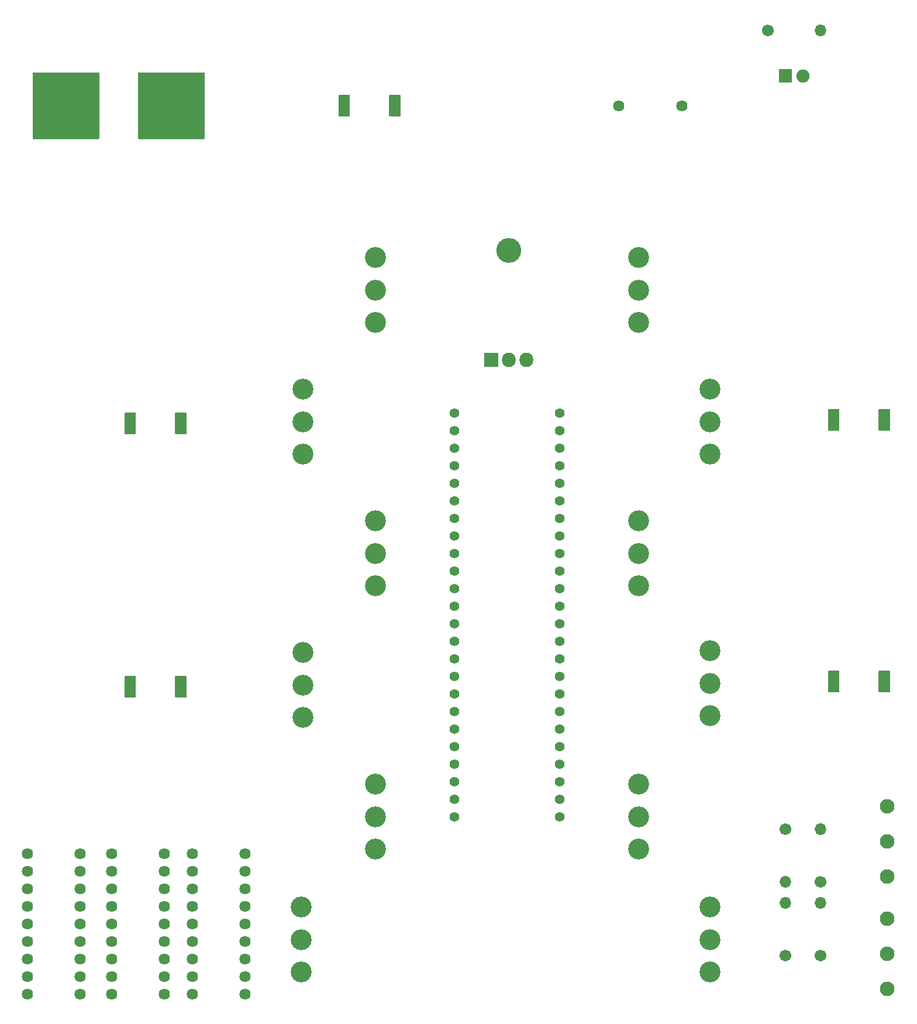
<source format=gts>
G04 #@! TF.GenerationSoftware,KiCad,Pcbnew,(5.1.10)-1*
G04 #@! TF.CreationDate,2021-07-26T11:56:24-04:00*
G04 #@! TF.ProjectId,Launchbox,4c61756e-6368-4626-9f78-2e6b69636164,Launchbox*
G04 #@! TF.SameCoordinates,Original*
G04 #@! TF.FileFunction,Soldermask,Top*
G04 #@! TF.FilePolarity,Negative*
%FSLAX46Y46*%
G04 Gerber Fmt 4.6, Leading zero omitted, Abs format (unit mm)*
G04 Created by KiCad (PCBNEW (5.1.10)-1) date 2021-07-26 11:56:24*
%MOMM*%
%LPD*%
G01*
G04 APERTURE LIST*
%ADD10C,1.625600*%
%ADD11C,1.422400*%
%ADD12O,1.701600X1.701600*%
%ADD13C,1.701600*%
%ADD14C,1.901600*%
%ADD15C,3.022600*%
%ADD16C,2.101600*%
%ADD17O,3.601600X3.601600*%
%ADD18O,2.006600X2.101600*%
G04 APERTURE END LIST*
D10*
X116078000Y-45974000D03*
X125222000Y-45974000D03*
G36*
G01*
X155288000Y-92990800D02*
X153764000Y-92990800D01*
G75*
G02*
X153713200Y-92940000I0J50800D01*
G01*
X153713200Y-89940000D01*
G75*
G02*
X153764000Y-89889200I50800J0D01*
G01*
X155288000Y-89889200D01*
G75*
G02*
X155338800Y-89940000I0J-50800D01*
G01*
X155338800Y-92940000D01*
G75*
G02*
X155288000Y-92990800I-50800J0D01*
G01*
G37*
G36*
G01*
X147988000Y-92990800D02*
X146464000Y-92990800D01*
G75*
G02*
X146413200Y-92940000I0J50800D01*
G01*
X146413200Y-89940000D01*
G75*
G02*
X146464000Y-89889200I50800J0D01*
G01*
X147988000Y-89889200D01*
G75*
G02*
X148038800Y-89940000I0J-50800D01*
G01*
X148038800Y-92940000D01*
G75*
G02*
X147988000Y-92990800I-50800J0D01*
G01*
G37*
G36*
G01*
X53434000Y-131598800D02*
X51910000Y-131598800D01*
G75*
G02*
X51859200Y-131548000I0J50800D01*
G01*
X51859200Y-128548000D01*
G75*
G02*
X51910000Y-128497200I50800J0D01*
G01*
X53434000Y-128497200D01*
G75*
G02*
X53484800Y-128548000I0J-50800D01*
G01*
X53484800Y-131548000D01*
G75*
G02*
X53434000Y-131598800I-50800J0D01*
G01*
G37*
G36*
G01*
X46134000Y-131598800D02*
X44610000Y-131598800D01*
G75*
G02*
X44559200Y-131548000I0J50800D01*
G01*
X44559200Y-128548000D01*
G75*
G02*
X44610000Y-128497200I50800J0D01*
G01*
X46134000Y-128497200D01*
G75*
G02*
X46184800Y-128548000I0J-50800D01*
G01*
X46184800Y-131548000D01*
G75*
G02*
X46134000Y-131598800I-50800J0D01*
G01*
G37*
G36*
G01*
X155288000Y-130836800D02*
X153764000Y-130836800D01*
G75*
G02*
X153713200Y-130786000I0J50800D01*
G01*
X153713200Y-127786000D01*
G75*
G02*
X153764000Y-127735200I50800J0D01*
G01*
X155288000Y-127735200D01*
G75*
G02*
X155338800Y-127786000I0J-50800D01*
G01*
X155338800Y-130786000D01*
G75*
G02*
X155288000Y-130836800I-50800J0D01*
G01*
G37*
G36*
G01*
X147988000Y-130836800D02*
X146464000Y-130836800D01*
G75*
G02*
X146413200Y-130786000I0J50800D01*
G01*
X146413200Y-127786000D01*
G75*
G02*
X146464000Y-127735200I50800J0D01*
G01*
X147988000Y-127735200D01*
G75*
G02*
X148038800Y-127786000I0J-50800D01*
G01*
X148038800Y-130786000D01*
G75*
G02*
X147988000Y-130836800I-50800J0D01*
G01*
G37*
G36*
G01*
X84422000Y-47524800D02*
X82898000Y-47524800D01*
G75*
G02*
X82847200Y-47474000I0J50800D01*
G01*
X82847200Y-44474000D01*
G75*
G02*
X82898000Y-44423200I50800J0D01*
G01*
X84422000Y-44423200D01*
G75*
G02*
X84472800Y-44474000I0J-50800D01*
G01*
X84472800Y-47474000D01*
G75*
G02*
X84422000Y-47524800I-50800J0D01*
G01*
G37*
G36*
G01*
X77122000Y-47524800D02*
X75598000Y-47524800D01*
G75*
G02*
X75547200Y-47474000I0J50800D01*
G01*
X75547200Y-44474000D01*
G75*
G02*
X75598000Y-44423200I50800J0D01*
G01*
X77122000Y-44423200D01*
G75*
G02*
X77172800Y-44474000I0J-50800D01*
G01*
X77172800Y-47474000D01*
G75*
G02*
X77122000Y-47524800I-50800J0D01*
G01*
G37*
G36*
G01*
X53434000Y-93498800D02*
X51910000Y-93498800D01*
G75*
G02*
X51859200Y-93448000I0J50800D01*
G01*
X51859200Y-90448000D01*
G75*
G02*
X51910000Y-90397200I50800J0D01*
G01*
X53434000Y-90397200D01*
G75*
G02*
X53484800Y-90448000I0J-50800D01*
G01*
X53484800Y-93448000D01*
G75*
G02*
X53434000Y-93498800I-50800J0D01*
G01*
G37*
G36*
G01*
X46134000Y-93498800D02*
X44610000Y-93498800D01*
G75*
G02*
X44559200Y-93448000I0J50800D01*
G01*
X44559200Y-90448000D01*
G75*
G02*
X44610000Y-90397200I50800J0D01*
G01*
X46134000Y-90397200D01*
G75*
G02*
X46184800Y-90448000I0J-50800D01*
G01*
X46184800Y-93448000D01*
G75*
G02*
X46134000Y-93498800I-50800J0D01*
G01*
G37*
D11*
X107525000Y-90409000D03*
X107525000Y-92949000D03*
X107525000Y-95489000D03*
X107525000Y-98029000D03*
X107525000Y-100569000D03*
X107525000Y-103109000D03*
X107525000Y-105649000D03*
X107525000Y-108189000D03*
X107525000Y-110729000D03*
X107525000Y-113269000D03*
X107525000Y-115809000D03*
X107525000Y-118349000D03*
X107525000Y-120889000D03*
X107525000Y-123429000D03*
X107525000Y-125969000D03*
X107525000Y-128509000D03*
X107525000Y-131049000D03*
X107525000Y-133589000D03*
X107525000Y-136129000D03*
X107525000Y-138669000D03*
X107525000Y-141209000D03*
X107525000Y-143749000D03*
X107525000Y-146289000D03*
X107525000Y-148829000D03*
X92285000Y-90409000D03*
X92285000Y-92949000D03*
X92285000Y-95489000D03*
X92285000Y-98029000D03*
X92285000Y-100569000D03*
X92285000Y-103109000D03*
X92285000Y-105649000D03*
X92285000Y-108189000D03*
X92285000Y-110729000D03*
X92285000Y-113269000D03*
X92285000Y-115809000D03*
X92285000Y-118349000D03*
X92285000Y-120889000D03*
X92285000Y-123429000D03*
X92285000Y-125969000D03*
X92285000Y-128509000D03*
X92285000Y-131049000D03*
X92285000Y-133589000D03*
X92285000Y-136129000D03*
X92285000Y-138669000D03*
X92285000Y-141209000D03*
X92285000Y-143749000D03*
X92285000Y-146289000D03*
X92285000Y-148829000D03*
D10*
X38100000Y-156718000D03*
X38100000Y-169418000D03*
X38100000Y-171958000D03*
X38100000Y-154178000D03*
X38100000Y-159258000D03*
X38100000Y-166878000D03*
X38100000Y-164338000D03*
X38100000Y-161798000D03*
X38100000Y-174498000D03*
X30480000Y-174498000D03*
X30480000Y-171958000D03*
X30480000Y-169418000D03*
X30480000Y-166878000D03*
X30480000Y-164338000D03*
X30480000Y-161798000D03*
X30480000Y-159258000D03*
X30480000Y-156718000D03*
X30480000Y-154178000D03*
D12*
X145288000Y-35052000D03*
D13*
X137668000Y-35052000D03*
D14*
X142748000Y-41656000D03*
G36*
G01*
X139257200Y-42556000D02*
X139257200Y-40756000D01*
G75*
G02*
X139308000Y-40705200I50800J0D01*
G01*
X141108000Y-40705200D01*
G75*
G02*
X141158800Y-40756000I0J-50800D01*
G01*
X141158800Y-42556000D01*
G75*
G02*
X141108000Y-42606800I-50800J0D01*
G01*
X139308000Y-42606800D01*
G75*
G02*
X139257200Y-42556000I0J50800D01*
G01*
G37*
D15*
X129286000Y-134239000D03*
X129286000Y-129540000D03*
X129286000Y-124841000D03*
D10*
X61976000Y-156718000D03*
X61976000Y-169418000D03*
X61976000Y-171958000D03*
X61976000Y-154178000D03*
X61976000Y-159258000D03*
X61976000Y-166878000D03*
X61976000Y-164338000D03*
X61976000Y-161798000D03*
X61976000Y-174498000D03*
X54356000Y-174498000D03*
X54356000Y-171958000D03*
X54356000Y-169418000D03*
X54356000Y-166878000D03*
X54356000Y-164338000D03*
X54356000Y-161798000D03*
X54356000Y-159258000D03*
X54356000Y-156718000D03*
X54356000Y-154178000D03*
D15*
X118955000Y-115428000D03*
X118955000Y-110729000D03*
X118955000Y-106030000D03*
X118955000Y-153528000D03*
X118955000Y-148829000D03*
X118955000Y-144130000D03*
D16*
X154940000Y-147320000D03*
X154940000Y-152400000D03*
X154940000Y-157480000D03*
D15*
X80855000Y-115428000D03*
X80855000Y-110729000D03*
X80855000Y-106030000D03*
X80855000Y-153528000D03*
X80855000Y-148829000D03*
X80855000Y-144130000D03*
D16*
X154940000Y-163576000D03*
X154940000Y-168656000D03*
X154940000Y-173736000D03*
D15*
X70358000Y-96393000D03*
X70358000Y-91694000D03*
X70358000Y-86995000D03*
X129286000Y-96378000D03*
X129286000Y-91679000D03*
X129286000Y-86980000D03*
X70358000Y-134478000D03*
X70358000Y-129779000D03*
X70358000Y-125080000D03*
X129286000Y-171323000D03*
X129286000Y-166624000D03*
X129286000Y-161925000D03*
D12*
X145288000Y-150622000D03*
D13*
X145288000Y-158242000D03*
D17*
X100170000Y-66944000D03*
G36*
G01*
X96626700Y-83744000D02*
X96626700Y-81744000D01*
G75*
G02*
X96677500Y-81693200I50800J0D01*
G01*
X98582500Y-81693200D01*
G75*
G02*
X98633300Y-81744000I0J-50800D01*
G01*
X98633300Y-83744000D01*
G75*
G02*
X98582500Y-83794800I-50800J0D01*
G01*
X96677500Y-83794800D01*
G75*
G02*
X96626700Y-83744000I0J50800D01*
G01*
G37*
D18*
X100170000Y-82744000D03*
X102710000Y-82744000D03*
D15*
X80855000Y-77328000D03*
X80855000Y-72629000D03*
X80855000Y-67930000D03*
D12*
X145288000Y-161290000D03*
D13*
X145288000Y-168910000D03*
D10*
X50292000Y-156718000D03*
X50292000Y-169418000D03*
X50292000Y-171958000D03*
X50292000Y-154178000D03*
X50292000Y-159258000D03*
X50292000Y-166878000D03*
X50292000Y-164338000D03*
X50292000Y-161798000D03*
X50292000Y-174498000D03*
X42672000Y-174498000D03*
X42672000Y-171958000D03*
X42672000Y-169418000D03*
X42672000Y-166878000D03*
X42672000Y-164338000D03*
X42672000Y-161798000D03*
X42672000Y-159258000D03*
X42672000Y-156718000D03*
X42672000Y-154178000D03*
G36*
G01*
X46494700Y-50736500D02*
X46494700Y-41211500D01*
G75*
G02*
X46545500Y-41160700I50800J0D01*
G01*
X56070500Y-41160700D01*
G75*
G02*
X56121300Y-41211500I0J-50800D01*
G01*
X56121300Y-50736500D01*
G75*
G02*
X56070500Y-50787300I-50800J0D01*
G01*
X46545500Y-50787300D01*
G75*
G02*
X46494700Y-50736500I0J50800D01*
G01*
G37*
G36*
G01*
X31254700Y-50736500D02*
X31254700Y-41211500D01*
G75*
G02*
X31305500Y-41160700I50800J0D01*
G01*
X40830500Y-41160700D01*
G75*
G02*
X40881300Y-41211500I0J-50800D01*
G01*
X40881300Y-50736500D01*
G75*
G02*
X40830500Y-50787300I-50800J0D01*
G01*
X31305500Y-50787300D01*
G75*
G02*
X31254700Y-50736500I0J50800D01*
G01*
G37*
D15*
X70104000Y-171308000D03*
X70104000Y-166609000D03*
X70104000Y-161910000D03*
D12*
X140208000Y-158242000D03*
D13*
X140208000Y-150622000D03*
D15*
X118955000Y-77328000D03*
X118955000Y-72629000D03*
X118955000Y-67930000D03*
D12*
X140208000Y-161290000D03*
D13*
X140208000Y-168910000D03*
M02*

</source>
